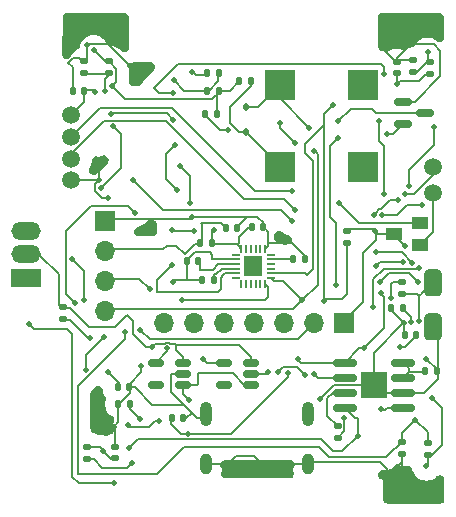
<source format=gbr>
%TF.GenerationSoftware,KiCad,Pcbnew,7.0.10*%
%TF.CreationDate,2024-12-04T12:38:22+05:30*%
%TF.ProjectId,Watch_v3,57617463-685f-4763-932e-6b696361645f,Watch_v3*%
%TF.SameCoordinates,Original*%
%TF.FileFunction,Copper,L2,Bot*%
%TF.FilePolarity,Positive*%
%FSLAX46Y46*%
G04 Gerber Fmt 4.6, Leading zero omitted, Abs format (unit mm)*
G04 Created by KiCad (PCBNEW 7.0.10) date 2024-12-04 12:38:22*
%MOMM*%
%LPD*%
G01*
G04 APERTURE LIST*
G04 Aperture macros list*
%AMRoundRect*
0 Rectangle with rounded corners*
0 $1 Rounding radius*
0 $2 $3 $4 $5 $6 $7 $8 $9 X,Y pos of 4 corners*
0 Add a 4 corners polygon primitive as box body*
4,1,4,$2,$3,$4,$5,$6,$7,$8,$9,$2,$3,0*
0 Add four circle primitives for the rounded corners*
1,1,$1+$1,$2,$3*
1,1,$1+$1,$4,$5*
1,1,$1+$1,$6,$7*
1,1,$1+$1,$8,$9*
0 Add four rect primitives between the rounded corners*
20,1,$1+$1,$2,$3,$4,$5,0*
20,1,$1+$1,$4,$5,$6,$7,0*
20,1,$1+$1,$6,$7,$8,$9,0*
20,1,$1+$1,$8,$9,$2,$3,0*%
%AMFreePoly0*
4,1,14,0.088284,0.363284,0.100000,0.335000,0.100000,-0.335000,0.088284,-0.363284,0.060000,-0.375000,-0.060000,-0.375000,-0.088284,-0.363284,-0.100000,-0.335000,-0.100000,0.238431,-0.088284,0.266715,0.008285,0.363284,0.036569,0.375000,0.060000,0.375000,0.088284,0.363284,0.088284,0.363284,$1*%
%AMFreePoly1*
4,1,14,-0.008285,0.363284,0.088284,0.266715,0.100000,0.238431,0.100000,-0.335000,0.088284,-0.363284,0.060000,-0.375000,-0.060000,-0.375000,-0.088284,-0.363284,-0.100000,-0.335000,-0.100000,0.335000,-0.088284,0.363284,-0.060000,0.375000,-0.036569,0.375000,-0.008285,0.363284,-0.008285,0.363284,$1*%
%AMFreePoly2*
4,1,14,0.363284,0.088284,0.375000,0.060000,0.375000,-0.060000,0.363284,-0.088284,0.335000,-0.100000,-0.238431,-0.100000,-0.266715,-0.088284,-0.363284,0.008285,-0.375000,0.036569,-0.375000,0.060000,-0.363284,0.088284,-0.335000,0.100000,0.335000,0.100000,0.363284,0.088284,0.363284,0.088284,$1*%
%AMFreePoly3*
4,1,14,0.363284,0.088284,0.375000,0.060000,0.375000,-0.060000,0.363284,-0.088284,0.335000,-0.100000,-0.335000,-0.100000,-0.363284,-0.088284,-0.375000,-0.060000,-0.375000,-0.036569,-0.363284,-0.008285,-0.266715,0.088284,-0.238431,0.100000,0.335000,0.100000,0.363284,0.088284,0.363284,0.088284,$1*%
%AMFreePoly4*
4,1,14,0.088284,0.363284,0.100000,0.335000,0.100000,-0.238431,0.088284,-0.266715,-0.008285,-0.363284,-0.036569,-0.375000,-0.060000,-0.375000,-0.088284,-0.363284,-0.100000,-0.335000,-0.100000,0.335000,-0.088284,0.363284,-0.060000,0.375000,0.060000,0.375000,0.088284,0.363284,0.088284,0.363284,$1*%
%AMFreePoly5*
4,1,14,0.088284,0.363284,0.100000,0.335000,0.100000,-0.335000,0.088284,-0.363284,0.060000,-0.375000,0.036569,-0.375000,0.008285,-0.363284,-0.088284,-0.266715,-0.100000,-0.238431,-0.100000,0.335000,-0.088284,0.363284,-0.060000,0.375000,0.060000,0.375000,0.088284,0.363284,0.088284,0.363284,$1*%
%AMFreePoly6*
4,1,14,0.266715,0.088284,0.363284,-0.008285,0.375000,-0.036569,0.375000,-0.060000,0.363284,-0.088284,0.335000,-0.100000,-0.335000,-0.100000,-0.363284,-0.088284,-0.375000,-0.060000,-0.375000,0.060000,-0.363284,0.088284,-0.335000,0.100000,0.238431,0.100000,0.266715,0.088284,0.266715,0.088284,$1*%
%AMFreePoly7*
4,1,14,0.363284,0.088284,0.375000,0.060000,0.375000,0.036569,0.363284,0.008285,0.266715,-0.088284,0.238431,-0.100000,-0.335000,-0.100000,-0.363284,-0.088284,-0.375000,-0.060000,-0.375000,0.060000,-0.363284,0.088284,-0.335000,0.100000,0.335000,0.100000,0.363284,0.088284,0.363284,0.088284,$1*%
G04 Aperture macros list end*
%TA.AperFunction,SMDPad,CuDef*%
%ADD10R,1.400000X1.000000*%
%TD*%
%TA.AperFunction,SMDPad,CuDef*%
%ADD11RoundRect,0.135000X0.185000X-0.135000X0.185000X0.135000X-0.185000X0.135000X-0.185000X-0.135000X0*%
%TD*%
%TA.AperFunction,SMDPad,CuDef*%
%ADD12RoundRect,0.140000X0.170000X-0.140000X0.170000X0.140000X-0.170000X0.140000X-0.170000X-0.140000X0*%
%TD*%
%TA.AperFunction,SMDPad,CuDef*%
%ADD13RoundRect,0.140000X-0.170000X0.140000X-0.170000X-0.140000X0.170000X-0.140000X0.170000X0.140000X0*%
%TD*%
%TA.AperFunction,SMDPad,CuDef*%
%ADD14RoundRect,0.135000X-0.135000X-0.185000X0.135000X-0.185000X0.135000X0.185000X-0.135000X0.185000X0*%
%TD*%
%TA.AperFunction,SMDPad,CuDef*%
%ADD15RoundRect,0.140000X-0.140000X-0.170000X0.140000X-0.170000X0.140000X0.170000X-0.140000X0.170000X0*%
%TD*%
%TA.AperFunction,SMDPad,CuDef*%
%ADD16R,2.500000X2.500000*%
%TD*%
%TA.AperFunction,SMDPad,CuDef*%
%ADD17RoundRect,0.140000X0.140000X0.170000X-0.140000X0.170000X-0.140000X-0.170000X0.140000X-0.170000X0*%
%TD*%
%TA.AperFunction,SMDPad,CuDef*%
%ADD18RoundRect,0.135000X-0.185000X0.135000X-0.185000X-0.135000X0.185000X-0.135000X0.185000X0.135000X0*%
%TD*%
%TA.AperFunction,SMDPad,CuDef*%
%ADD19RoundRect,0.135000X0.135000X0.185000X-0.135000X0.185000X-0.135000X-0.185000X0.135000X-0.185000X0*%
%TD*%
%TA.AperFunction,ComponentPad*%
%ADD20R,2.500000X1.500000*%
%TD*%
%TA.AperFunction,ComponentPad*%
%ADD21O,2.500000X1.500000*%
%TD*%
%TA.AperFunction,ComponentPad*%
%ADD22R,1.700000X1.700000*%
%TD*%
%TA.AperFunction,ComponentPad*%
%ADD23O,1.700000X1.700000*%
%TD*%
%TA.AperFunction,ComponentPad*%
%ADD24O,1.000000X1.800000*%
%TD*%
%TA.AperFunction,ComponentPad*%
%ADD25O,1.000000X2.100000*%
%TD*%
%TA.AperFunction,SMDPad,CuDef*%
%ADD26R,2.300000X2.300000*%
%TD*%
%TA.AperFunction,SMDPad,CuDef*%
%ADD27RoundRect,0.150000X0.825000X0.150000X-0.825000X0.150000X-0.825000X-0.150000X0.825000X-0.150000X0*%
%TD*%
%TA.AperFunction,SMDPad,CuDef*%
%ADD28RoundRect,0.381000X0.381000X-0.762000X0.381000X0.762000X-0.381000X0.762000X-0.381000X-0.762000X0*%
%TD*%
%TA.AperFunction,SMDPad,CuDef*%
%ADD29C,1.500000*%
%TD*%
%TA.AperFunction,SMDPad,CuDef*%
%ADD30RoundRect,0.150000X0.512500X0.150000X-0.512500X0.150000X-0.512500X-0.150000X0.512500X-0.150000X0*%
%TD*%
%TA.AperFunction,SMDPad,CuDef*%
%ADD31RoundRect,0.112500X-0.112500X0.187500X-0.112500X-0.187500X0.112500X-0.187500X0.112500X0.187500X0*%
%TD*%
%TA.AperFunction,SMDPad,CuDef*%
%ADD32RoundRect,0.150000X-0.587500X-0.150000X0.587500X-0.150000X0.587500X0.150000X-0.587500X0.150000X0*%
%TD*%
%TA.AperFunction,SMDPad,CuDef*%
%ADD33R,1.600000X1.750000*%
%TD*%
%TA.AperFunction,SMDPad,CuDef*%
%ADD34FreePoly0,90.000000*%
%TD*%
%TA.AperFunction,SMDPad,CuDef*%
%ADD35RoundRect,0.050000X0.325000X-0.050000X0.325000X0.050000X-0.325000X0.050000X-0.325000X-0.050000X0*%
%TD*%
%TA.AperFunction,SMDPad,CuDef*%
%ADD36FreePoly1,90.000000*%
%TD*%
%TA.AperFunction,SMDPad,CuDef*%
%ADD37FreePoly2,90.000000*%
%TD*%
%TA.AperFunction,SMDPad,CuDef*%
%ADD38RoundRect,0.050000X0.050000X-0.325000X0.050000X0.325000X-0.050000X0.325000X-0.050000X-0.325000X0*%
%TD*%
%TA.AperFunction,SMDPad,CuDef*%
%ADD39FreePoly3,90.000000*%
%TD*%
%TA.AperFunction,SMDPad,CuDef*%
%ADD40FreePoly4,90.000000*%
%TD*%
%TA.AperFunction,SMDPad,CuDef*%
%ADD41FreePoly5,90.000000*%
%TD*%
%TA.AperFunction,SMDPad,CuDef*%
%ADD42FreePoly6,90.000000*%
%TD*%
%TA.AperFunction,SMDPad,CuDef*%
%ADD43FreePoly7,90.000000*%
%TD*%
%TA.AperFunction,ViaPad*%
%ADD44C,0.470000*%
%TD*%
%TA.AperFunction,Conductor*%
%ADD45C,0.160000*%
%TD*%
%TA.AperFunction,Conductor*%
%ADD46C,0.200000*%
%TD*%
%TA.AperFunction,Conductor*%
%ADD47C,0.153000*%
%TD*%
%TA.AperFunction,Conductor*%
%ADD48C,0.170000*%
%TD*%
G04 APERTURE END LIST*
D10*
%TO.P,Q4,1*%
%TO.N,/motor*%
X161850000Y-84900000D03*
%TO.P,Q4,2*%
%TO.N,Net-(M1-+)*%
X161850000Y-86800000D03*
%TO.P,Q4,3*%
%TO.N,+3.3V*%
X159650000Y-85850000D03*
%TD*%
D11*
%TO.P,R21,1*%
%TO.N,/Mode*%
X162700000Y-72295000D03*
%TO.P,R21,2*%
%TO.N,+3.3V*%
X162700000Y-71275000D03*
%TD*%
D12*
%TO.P,C12,1*%
%TO.N,+3.3V*%
X161275000Y-72110000D03*
%TO.P,C12,2*%
%TO.N,GND*%
X161275000Y-71150000D03*
%TD*%
D13*
%TO.P,C25,1*%
%TO.N,GND*%
X159875000Y-71295000D03*
%TO.P,C25,2*%
%TO.N,/Mode*%
X159875000Y-72255000D03*
%TD*%
D14*
%TO.P,R29,1*%
%TO.N,+3.3V*%
X146505000Y-72925000D03*
%TO.P,R29,2*%
%TO.N,Net-(D7-PadC)*%
X147525000Y-72925000D03*
%TD*%
%TO.P,R14,1*%
%TO.N,/SDA*%
X143630000Y-75700000D03*
%TO.P,R14,2*%
%TO.N,+3.3V*%
X144650000Y-75700000D03*
%TD*%
%TO.P,R35,1*%
%TO.N,Net-(U4-VDD)*%
X143780000Y-73775000D03*
%TO.P,R35,2*%
%TO.N,+3.3V*%
X144800000Y-73775000D03*
%TD*%
D15*
%TO.P,C9,1*%
%TO.N,GND*%
X143820000Y-72225000D03*
%TO.P,C9,2*%
%TO.N,Net-(U4-VDD)*%
X144780000Y-72225000D03*
%TD*%
D16*
%TO.P,LS1,P*%
%TO.N,Net-(D7-PadC)*%
X149987500Y-80225000D03*
%TO.P,LS1,N*%
%TO.N,Net-(Q5-C)*%
X149987500Y-73225000D03*
%TO.P,LS1,2*%
%TO.N,N/C*%
X156987500Y-80225000D03*
%TO.P,LS1,1*%
X156987500Y-73225000D03*
%TD*%
D17*
%TO.P,C11,1*%
%TO.N,+3.3V*%
X133410000Y-73775000D03*
%TO.P,C11,2*%
%TO.N,GND*%
X132450000Y-73775000D03*
%TD*%
D11*
%TO.P,R22,1*%
%TO.N,/Down*%
X135525000Y-72270000D03*
%TO.P,R22,2*%
%TO.N,+3.3V*%
X135525000Y-71250000D03*
%TD*%
D13*
%TO.P,C26,1*%
%TO.N,GND*%
X133375000Y-71240000D03*
%TO.P,C26,2*%
%TO.N,/Down*%
X133375000Y-72200000D03*
%TD*%
D17*
%TO.P,C10,1*%
%TO.N,+3.3V*%
X161500000Y-94425000D03*
%TO.P,C10,2*%
%TO.N,GND*%
X160540000Y-94425000D03*
%TD*%
%TO.P,C3,1*%
%TO.N,GND*%
X137225000Y-98800000D03*
%TO.P,C3,2*%
%TO.N,Net-(Q1-G)*%
X136265000Y-98800000D03*
%TD*%
D15*
%TO.P,C2,2*%
%TO.N,Net-(Q1-D)*%
X137250000Y-100225000D03*
%TO.P,C2,1*%
%TO.N,GND*%
X136290000Y-100225000D03*
%TD*%
D18*
%TO.P,R24,1*%
%TO.N,/Up*%
X133675000Y-103930000D03*
%TO.P,R24,2*%
%TO.N,+3.3V*%
X133675000Y-104950000D03*
%TD*%
D13*
%TO.P,C28,1*%
%TO.N,GND*%
X136000000Y-103890000D03*
%TO.P,C28,2*%
%TO.N,/Up*%
X136000000Y-104850000D03*
%TD*%
D17*
%TO.P,C17,1*%
%TO.N,GND*%
X141810000Y-101400000D03*
%TO.P,C17,2*%
%TO.N,+3.3V*%
X140850000Y-101400000D03*
%TD*%
D19*
%TO.P,R7,1*%
%TO.N,GND*%
X163270000Y-97475000D03*
%TO.P,R7,2*%
%TO.N,Net-(U3-PROG)*%
X162250000Y-97475000D03*
%TD*%
D12*
%TO.P,C27,1*%
%TO.N,GND*%
X160325000Y-104460000D03*
%TO.P,C27,2*%
%TO.N,/Select*%
X160325000Y-103500000D03*
%TD*%
D18*
%TO.P,R23,1*%
%TO.N,/Select*%
X162500000Y-103530000D03*
%TO.P,R23,2*%
%TO.N,+3.3V*%
X162500000Y-104550000D03*
%TD*%
D20*
%TO.P,SW2,1,A*%
%TO.N,Net-(SW2-A)*%
X128450000Y-89575000D03*
D21*
%TO.P,SW2,2,B*%
%TO.N,VBUS*%
X128450000Y-87575000D03*
%TO.P,SW2,3,C*%
%TO.N,unconnected-(SW2-C-Pad3)*%
X128450000Y-85575000D03*
%TD*%
D22*
%TO.P,J7,1,Pin_1*%
%TO.N,+3.3V*%
X155405000Y-93400000D03*
D23*
%TO.P,J7,2,Pin_2*%
%TO.N,/SCL*%
X152865000Y-93400000D03*
%TO.P,J7,3,Pin_3*%
%TO.N,/SDA*%
X150325000Y-93400000D03*
%TO.P,J7,4,Pin_4*%
%TO.N,unconnected-(J7-Pin_4-Pad4)*%
X147785000Y-93400000D03*
%TO.P,J7,5,Pin_5*%
%TO.N,unconnected-(J7-Pin_5-Pad5)*%
X145245000Y-93400000D03*
%TO.P,J7,6,Pin_6*%
%TO.N,unconnected-(J7-Pin_6-Pad6)*%
X142705000Y-93400000D03*
%TO.P,J7,7,Pin_7*%
%TO.N,GND*%
X140165000Y-93400000D03*
%TD*%
D24*
%TO.P,J1,S1,SHIELD*%
%TO.N,GND*%
X152390000Y-105300000D03*
D25*
X152390000Y-101120000D03*
D24*
X143750000Y-105300000D03*
D25*
X143750000Y-101120000D03*
%TD*%
D22*
%TO.P,J4,1,Pin_1*%
%TO.N,GND*%
X135200000Y-84775000D03*
D23*
%TO.P,J4,2,Pin_2*%
%TO.N,+3.3V*%
X135200000Y-87315000D03*
%TO.P,J4,3,Pin_3*%
%TO.N,/SCL*%
X135200000Y-89855000D03*
%TO.P,J4,4,Pin_4*%
%TO.N,/SDA*%
X135200000Y-92395000D03*
%TD*%
D18*
%TO.P,R34,1*%
%TO.N,VBUS*%
X131600000Y-92080000D03*
%TO.P,R34,2*%
%TO.N,Net-(Q1-D)*%
X131600000Y-93100000D03*
%TD*%
D17*
%TO.P,C18,1*%
%TO.N,GND*%
X146350000Y-85325000D03*
%TO.P,C18,2*%
%TO.N,+3.3V*%
X145390000Y-85325000D03*
%TD*%
D15*
%TO.P,C21,1*%
%TO.N,Net-(U6-VDD)*%
X147615000Y-85250000D03*
%TO.P,C21,2*%
%TO.N,GND*%
X148575000Y-85250000D03*
%TD*%
D18*
%TO.P,R5,1*%
%TO.N,Net-(U3-~{STDBY})*%
X154875000Y-102115000D03*
%TO.P,R5,2*%
%TO.N,Net-(D3-K)*%
X154875000Y-103135000D03*
%TD*%
D26*
%TO.P,U3,9,EP*%
%TO.N,GND*%
X157950000Y-98650000D03*
D27*
%TO.P,U3,8,CE*%
%TO.N,+5V*%
X155475000Y-96745000D03*
%TO.P,U3,7,~{CHRG}*%
%TO.N,Net-(U3-~{CHRG})*%
X155475000Y-98015000D03*
%TO.P,U3,6,~{STDBY}*%
%TO.N,Net-(U3-~{STDBY})*%
X155475000Y-99285000D03*
%TO.P,U3,5,BAT*%
%TO.N,+BATT*%
X155475000Y-100555000D03*
%TO.P,U3,4,VCC*%
%TO.N,Net-(U3-VCC)*%
X160425000Y-100555000D03*
%TO.P,U3,3,GND*%
%TO.N,GND*%
X160425000Y-99285000D03*
%TO.P,U3,2,PROG*%
%TO.N,Net-(U3-PROG)*%
X160425000Y-98015000D03*
%TO.P,U3,1,TEMP*%
X160425000Y-96745000D03*
%TD*%
D11*
%TO.P,R16,2*%
%TO.N,/ADC_Batt*%
X160325000Y-89890000D03*
%TO.P,R16,1*%
%TO.N,+BATT*%
X160325000Y-90910000D03*
%TD*%
D28*
%TO.P,J2,1,Pin_1*%
%TO.N,+BATT*%
X162900000Y-89975000D03*
%TO.P,J2,2,Pin_2*%
%TO.N,GND*%
X162900000Y-93725000D03*
%TD*%
D15*
%TO.P,C23,1*%
%TO.N,Net-(U6-CPOUT)*%
X151115000Y-88000000D03*
%TO.P,C23,2*%
%TO.N,GND*%
X152075000Y-88000000D03*
%TD*%
D29*
%TO.P,M1,1,+*%
%TO.N,Net-(M1-+)*%
X162975000Y-82400000D03*
%TO.P,M1,2,-*%
%TO.N,GND*%
X162975000Y-80150000D03*
%TD*%
D30*
%TO.P,U1,1,VIN*%
%TO.N,VBUS*%
X141787500Y-96750000D03*
%TO.P,U1,2,GND*%
%TO.N,GND*%
X141787500Y-97700000D03*
%TO.P,U1,3,EN*%
%TO.N,ENA*%
X141787500Y-98650000D03*
%TO.P,U1,4,NC*%
%TO.N,unconnected-(U1-NC-Pad4)*%
X139512500Y-98650000D03*
%TO.P,U1,5,VOUT*%
%TO.N,Net-(U1-VOUT)*%
X139512500Y-96750000D03*
%TD*%
D31*
%TO.P,D7,A*%
%TO.N,Net-(Q5-C)*%
X147075000Y-75100000D03*
%TO.P,D7,C*%
%TO.N,Net-(D7-PadC)*%
X147075000Y-77200000D03*
%TD*%
D17*
%TO.P,C22,1*%
%TO.N,Net-(U6-REGOUT)*%
X143075000Y-88150000D03*
%TO.P,C22,2*%
%TO.N,GND*%
X142115000Y-88150000D03*
%TD*%
D19*
%TO.P,R18,1*%
%TO.N,Net-(U6-AD0)*%
X144400000Y-89725000D03*
%TO.P,R18,2*%
%TO.N,GND*%
X143380000Y-89725000D03*
%TD*%
D30*
%TO.P,U2,1,VIN*%
%TO.N,VBUS*%
X147537500Y-96750000D03*
%TO.P,U2,2,GND*%
%TO.N,GND*%
X147537500Y-97700000D03*
%TO.P,U2,3,EN*%
%TO.N,ENA*%
X147537500Y-98650000D03*
%TO.P,U2,4,NC*%
%TO.N,unconnected-(U2-NC-Pad4)*%
X145262500Y-98650000D03*
%TO.P,U2,5,VOUT*%
%TO.N,Net-(U1-VOUT)*%
X145262500Y-96750000D03*
%TD*%
D19*
%TO.P,R17,1*%
%TO.N,/ADC_Batt*%
X160385000Y-92100000D03*
%TO.P,R17,2*%
%TO.N,GND*%
X159365000Y-92100000D03*
%TD*%
D32*
%TO.P,Q5,1,B*%
%TO.N,/Buzz*%
X160425000Y-76550000D03*
%TO.P,Q5,2,E*%
%TO.N,GND*%
X160425000Y-74650000D03*
%TO.P,Q5,3,C*%
%TO.N,Net-(Q5-C)*%
X162300000Y-75600000D03*
%TD*%
D14*
%TO.P,R36,1*%
%TO.N,+3.3V*%
X143205000Y-86600000D03*
%TO.P,R36,2*%
%TO.N,Net-(U6-VDD)*%
X144225000Y-86600000D03*
%TD*%
D33*
%TO.P,U6,25*%
%TO.N,N/C*%
X147725000Y-88600000D03*
D34*
%TO.P,U6,24,SDA*%
%TO.N,/SDA*%
X149225000Y-89600000D03*
D35*
%TO.P,U6,23,SCL*%
%TO.N,/SCL*%
X149225000Y-89200000D03*
%TO.P,U6,22,RESV*%
%TO.N,unconnected-(U6-RESV-Pad22)*%
X149225000Y-88800000D03*
%TO.P,U6,21,RESV*%
%TO.N,unconnected-(U6-RESV-Pad21)*%
X149225000Y-88400000D03*
%TO.P,U6,20,CPOUT*%
%TO.N,Net-(U6-CPOUT)*%
X149225000Y-88000000D03*
D36*
%TO.P,U6,19,RESV*%
%TO.N,unconnected-(U6-RESV-Pad19)*%
X149225000Y-87600000D03*
D37*
%TO.P,U6,18,GND*%
%TO.N,GND*%
X148725000Y-87100000D03*
D38*
%TO.P,U6,17,NC*%
%TO.N,unconnected-(U6-NC-Pad17)*%
X148325000Y-87100000D03*
%TO.P,U6,16,NC*%
%TO.N,unconnected-(U6-NC-Pad16)*%
X147925000Y-87100000D03*
%TO.P,U6,15,NC*%
%TO.N,unconnected-(U6-NC-Pad15)*%
X147525000Y-87100000D03*
%TO.P,U6,14,NC*%
%TO.N,unconnected-(U6-NC-Pad14)*%
X147125000Y-87100000D03*
D39*
%TO.P,U6,13,VDD*%
%TO.N,Net-(U6-VDD)*%
X146725000Y-87100000D03*
D40*
%TO.P,U6,12,INT*%
%TO.N,unconnected-(U6-INT-Pad12)*%
X146225000Y-87600000D03*
D35*
%TO.P,U6,11,FSYNC*%
%TO.N,GND*%
X146225000Y-88000000D03*
%TO.P,U6,10,REGOUT*%
%TO.N,Net-(U6-REGOUT)*%
X146225000Y-88400000D03*
%TO.P,U6,9,AD0*%
%TO.N,Net-(U6-AD0)*%
X146225000Y-88800000D03*
%TO.P,U6,8,VLOGIC*%
%TO.N,Net-(U6-VDD)*%
X146225000Y-89200000D03*
D41*
%TO.P,U6,7,AUX_CL*%
%TO.N,unconnected-(U6-AUX_CL-Pad7)*%
X146225000Y-89600000D03*
D42*
%TO.P,U6,6,AUX_DA*%
%TO.N,unconnected-(U6-AUX_DA-Pad6)*%
X146725000Y-90100000D03*
D38*
%TO.P,U6,5,NC*%
%TO.N,unconnected-(U6-NC-Pad5)*%
X147125000Y-90100000D03*
%TO.P,U6,4,NC*%
%TO.N,unconnected-(U6-NC-Pad4)*%
X147525000Y-90100000D03*
%TO.P,U6,3,NC*%
%TO.N,unconnected-(U6-NC-Pad3)*%
X147925000Y-90100000D03*
%TO.P,U6,2,NC*%
%TO.N,unconnected-(U6-NC-Pad2)*%
X148325000Y-90100000D03*
D43*
%TO.P,U6,1,CLKIN*%
%TO.N,GND*%
X148725000Y-90100000D03*
%TD*%
D18*
%TO.P,R15,1*%
%TO.N,+3.3V*%
X155625000Y-85580000D03*
%TO.P,R15,2*%
%TO.N,/SCL*%
X155625000Y-86600000D03*
%TD*%
D29*
%TO.P,J5,1,Pin_1*%
%TO.N,GND*%
X132300000Y-81325000D03*
%TO.P,J5,2,Pin_2*%
%TO.N,/RX2*%
X132300000Y-79475000D03*
%TO.P,J5,3,Pin_3*%
%TO.N,/TX2*%
X132300000Y-77625000D03*
%TO.P,J5,4,Pin_4*%
%TO.N,+3.3V*%
X132300000Y-75775000D03*
%TD*%
D44*
%TO.N,+3.3V*%
X160550000Y-86875000D03*
%TO.N,GND*%
X138250000Y-97075000D03*
X135150000Y-79675000D03*
X140925000Y-89900000D03*
X160550000Y-82450000D03*
X159924998Y-106700000D03*
X142575000Y-84449998D03*
X134650000Y-81300000D03*
X135425000Y-82800000D03*
X133625000Y-69850000D03*
X148950000Y-97575000D03*
X160450000Y-93425000D03*
X161075000Y-69800000D03*
X135900000Y-102200000D03*
X158600000Y-70150000D03*
X153375000Y-99825000D03*
X141675000Y-91450000D03*
X142575000Y-72150000D03*
X137250000Y-71625000D03*
X159875000Y-105600000D03*
X162375000Y-96450000D03*
%TO.N,+5V*%
X158100000Y-88575000D03*
X160425000Y-88213000D03*
X158500000Y-90875000D03*
X151475000Y-96475000D03*
X157100004Y-95550000D03*
%TO.N,VBUS*%
X139125000Y-95449994D03*
%TO.N,+3.3V*%
X134799992Y-81999996D03*
X135925000Y-106975000D03*
X158038000Y-85625000D03*
X134225000Y-70275000D03*
X137450000Y-105250000D03*
X163025000Y-76775000D03*
X142225000Y-102775000D03*
X135775000Y-73325000D03*
X160900000Y-81775000D03*
X128750000Y-93450000D03*
X162850000Y-99750000D03*
X162375000Y-105500000D03*
X150675000Y-97649996D03*
X134300000Y-73875000D03*
X159975000Y-82975000D03*
X157966588Y-84222909D03*
X160175000Y-95400000D03*
X135850000Y-76734000D03*
X162475000Y-70475000D03*
%TO.N,/IO0*%
X158588000Y-84250000D03*
X161200000Y-88325000D03*
X158149996Y-87425000D03*
X162000000Y-83450000D03*
%TO.N,/Mode*%
X140900000Y-73950000D03*
X159875000Y-73200000D03*
X158800000Y-72325000D03*
%TO.N,/Down*%
X135709188Y-75715992D03*
X141100000Y-78325000D03*
X141275000Y-82100000D03*
X140925000Y-76175000D03*
X135200000Y-73750000D03*
%TO.N,/Select*%
X161450000Y-101600000D03*
X136850000Y-94125000D03*
%TO.N,/Up*%
X137675000Y-84050000D03*
X135000000Y-104225000D03*
X132625000Y-91700000D03*
%TO.N,Net-(D3-K)*%
X155425000Y-101400000D03*
%TO.N,/RX*%
X161775000Y-88775000D03*
X154725000Y-90200000D03*
X154875000Y-77725000D03*
X157875000Y-92025000D03*
%TO.N,/TX*%
X158750000Y-82475000D03*
X158350000Y-76300000D03*
%TO.N,+BATT*%
X133600000Y-97350000D03*
X161747877Y-93203448D03*
X156600000Y-102950000D03*
X137200004Y-104000000D03*
X135125000Y-94550000D03*
%TO.N,Net-(Q1-G)*%
X152137852Y-97805289D03*
X149825000Y-97550000D03*
X135425000Y-97550000D03*
%TO.N,/SCL*%
X138175000Y-93950000D03*
X138944362Y-90544362D03*
X153700000Y-91500000D03*
X154500000Y-74925000D03*
%TO.N,/SDA*%
X150000000Y-76425000D03*
X145575000Y-77050000D03*
X152900000Y-78825000D03*
X151875000Y-91475000D03*
X151275000Y-78125000D03*
%TO.N,/RX2*%
X151250000Y-83850000D03*
%TO.N,/TX2*%
X151000000Y-82225000D03*
%TO.N,/motor*%
X154975000Y-83200000D03*
%TO.N,Net-(U3-~{CHRG})*%
X152850000Y-97700000D03*
%TO.N,/ADC_Batt*%
X159379473Y-91299998D03*
X161119794Y-93347631D03*
X141500000Y-80100000D03*
X142350000Y-83250000D03*
%TO.N,/Buzz*%
X159025000Y-77399994D03*
%TO.N,/EN*%
X161650000Y-89925000D03*
X137500000Y-81300000D03*
X158475000Y-89900000D03*
X151000000Y-84750000D03*
%TO.N,ENA*%
X133425000Y-91475000D03*
X139775000Y-101675000D03*
X132375000Y-87950000D03*
X137125000Y-102000000D03*
X142275000Y-99925000D03*
%TO.N,Net-(Q5-C)*%
X152475000Y-76875000D03*
X154900000Y-76325000D03*
%TO.N,Net-(U4-VDD)*%
X141025000Y-72850000D03*
%TO.N,Net-(U6-VDD)*%
X144400000Y-85525000D03*
X140800000Y-85500000D03*
X140825000Y-88525000D03*
X142699994Y-85575000D03*
%TO.N,Net-(Q1-D)*%
X133875000Y-94675000D03*
X138137500Y-101537500D03*
%TO.N,Net-(U1-VOUT)*%
X143497190Y-96468175D03*
X140452382Y-95551000D03*
%TO.N,Net-(U3-VCC)*%
X158500000Y-100700000D03*
%TD*%
D45*
%TO.N,/IO0*%
X160300000Y-87425000D02*
X161200000Y-88325000D01*
X158149996Y-87425000D02*
X160300000Y-87425000D01*
D46*
%TO.N,+3.3V*%
X159650000Y-85975000D02*
X160550000Y-86875000D01*
X159650000Y-85850000D02*
X159650000Y-85975000D01*
D45*
%TO.N,GND*%
X134650000Y-80175000D02*
X135150000Y-79675000D01*
X134650000Y-81300000D02*
X134650000Y-80175000D01*
%TO.N,Net-(U3-~{CHRG})*%
X153165000Y-98015000D02*
X152850000Y-97700000D01*
X155475000Y-98015000D02*
X153165000Y-98015000D01*
D46*
%TO.N,/RX*%
X161738000Y-88812000D02*
X161775000Y-88775000D01*
X158773277Y-88812000D02*
X161738000Y-88812000D01*
X157875000Y-89710277D02*
X158773277Y-88812000D01*
X157875000Y-92025000D02*
X157875000Y-89710277D01*
%TO.N,/EN*%
X159186000Y-89189000D02*
X158475000Y-89900000D01*
%TO.N,+5V*%
X158100000Y-88575000D02*
X158462000Y-88213000D01*
%TO.N,/EN*%
X161650000Y-89925000D02*
X160914000Y-89189000D01*
X160914000Y-89189000D02*
X159186000Y-89189000D01*
%TO.N,+5V*%
X158462000Y-88213000D02*
X160425000Y-88213000D01*
%TO.N,+3.3V*%
X158101000Y-84088497D02*
X157966588Y-84222909D01*
X158101000Y-84048277D02*
X158101000Y-84088497D01*
X158386277Y-83763000D02*
X158101000Y-84048277D01*
X159301372Y-82975000D02*
X158513372Y-83763000D01*
X159975000Y-82975000D02*
X159301372Y-82975000D01*
%TO.N,/IO0*%
X160713723Y-83450000D02*
X159913723Y-84250000D01*
%TO.N,+3.3V*%
X158513372Y-83763000D02*
X158386277Y-83763000D01*
%TO.N,/IO0*%
X159913723Y-84250000D02*
X158588000Y-84250000D01*
X162000000Y-83450000D02*
X160713723Y-83450000D01*
%TO.N,+3.3V*%
X158100000Y-85687000D02*
X158038000Y-85625000D01*
X158100000Y-86400000D02*
X158100000Y-85687000D01*
X155625000Y-85440000D02*
X157853000Y-85440000D01*
X158263000Y-85850000D02*
X158038000Y-85625000D01*
X159650000Y-85850000D02*
X158263000Y-85850000D01*
X157853000Y-85440000D02*
X158038000Y-85625000D01*
D45*
%TO.N,GND*%
X158424998Y-105200000D02*
X159924998Y-106700000D01*
X160325000Y-104405000D02*
X160325000Y-106299998D01*
X152365000Y-105200000D02*
X158424998Y-105200000D01*
X160325000Y-106299998D02*
X159924998Y-106700000D01*
X161275000Y-71150000D02*
X160020000Y-71150000D01*
X160020000Y-71150000D02*
X159875000Y-71295000D01*
D46*
%TO.N,/Mode*%
X159875000Y-73200000D02*
X160175000Y-72900000D01*
X160175000Y-72900000D02*
X161760000Y-72900000D01*
X161760000Y-72900000D02*
X162365000Y-72295000D01*
X162365000Y-72295000D02*
X162700000Y-72295000D01*
%TO.N,+3.3V*%
X162475000Y-70475000D02*
X162475000Y-71050000D01*
X162475000Y-71050000D02*
X162700000Y-71275000D01*
D47*
X161275000Y-72110000D02*
X161565000Y-72110000D01*
X162400000Y-71275000D02*
X162700000Y-71275000D01*
X161565000Y-72110000D02*
X162400000Y-71275000D01*
D46*
%TO.N,GND*%
X160425000Y-74650000D02*
X161375000Y-74650000D01*
X163575000Y-72450000D02*
X163575000Y-70375000D01*
X163000000Y-69800000D02*
X161075000Y-69800000D01*
X161375000Y-74650000D02*
X163575000Y-72450000D01*
X163575000Y-70375000D02*
X163000000Y-69800000D01*
%TO.N,/Mode*%
X159875000Y-73200000D02*
X159875000Y-72255000D01*
%TO.N,GND*%
X161075000Y-69800000D02*
X159875000Y-71000000D01*
X159875000Y-71000000D02*
X159875000Y-71295000D01*
%TO.N,+3.3V*%
X157000000Y-87500000D02*
X158100000Y-86400000D01*
%TO.N,GND*%
X142575000Y-72150000D02*
X142850000Y-72425000D01*
X142850000Y-72425000D02*
X143970000Y-72425000D01*
D45*
%TO.N,Net-(U4-VDD)*%
X141025000Y-72850000D02*
X141900000Y-73725000D01*
X141900000Y-73725000D02*
X143940000Y-73725000D01*
X143940000Y-73725000D02*
X144750000Y-72915000D01*
X144750000Y-72915000D02*
X144750000Y-72605000D01*
X144750000Y-72605000D02*
X144930000Y-72425000D01*
D46*
%TO.N,GND*%
X160520000Y-94500000D02*
X160520000Y-93495000D01*
X160442104Y-93425000D02*
X160450000Y-93425000D01*
%TO.N,/ADC_Batt*%
X161119794Y-92909794D02*
X161119794Y-93347631D01*
%TO.N,GND*%
X159365000Y-92175000D02*
X159365000Y-92340000D01*
X160520000Y-93495000D02*
X160450000Y-93425000D01*
X159365000Y-92340000D02*
X160450000Y-93425000D01*
X157920000Y-98100000D02*
X157920000Y-95947104D01*
%TO.N,/ADC_Batt*%
X160385000Y-92175000D02*
X161119794Y-92909794D01*
%TO.N,GND*%
X157920000Y-95947104D02*
X160442104Y-93425000D01*
%TO.N,+BATT*%
X161750000Y-93201325D02*
X161747877Y-93203448D01*
X161750000Y-91125000D02*
X161750000Y-93201325D01*
D45*
%TO.N,GND*%
X154525000Y-98675000D02*
X153375000Y-99825000D01*
X157920000Y-98100000D02*
X157345000Y-98675000D01*
X157345000Y-98675000D02*
X154525000Y-98675000D01*
%TO.N,Net-(U3-~{STDBY})*%
X154875000Y-102115000D02*
X154000000Y-101240000D01*
X154000000Y-101240000D02*
X154000000Y-99750000D01*
X154000000Y-99750000D02*
X154465000Y-99285000D01*
X154465000Y-99285000D02*
X155475000Y-99285000D01*
%TO.N,Net-(Q1-G)*%
X150242000Y-97133000D02*
X151465563Y-97133000D01*
X149825000Y-97550000D02*
X150242000Y-97133000D01*
X151465563Y-97133000D02*
X152137852Y-97805289D01*
%TO.N,+3.3V*%
X142225000Y-102775000D02*
X145867000Y-102775000D01*
X150675000Y-97967000D02*
X150675000Y-97649996D01*
X145867000Y-102775000D02*
X150675000Y-97967000D01*
D46*
%TO.N,GND*%
X148825000Y-97700000D02*
X148950000Y-97575000D01*
X147537500Y-97700000D02*
X148825000Y-97700000D01*
D45*
X134650000Y-81300000D02*
X132675000Y-81300000D01*
X134939558Y-82800000D02*
X135425000Y-82800000D01*
X134332992Y-82193434D02*
X134939558Y-82800000D01*
X134332992Y-81617008D02*
X134332992Y-82193434D01*
X132675000Y-81300000D02*
X132275000Y-80900000D01*
X134650000Y-81300000D02*
X134332992Y-81617008D01*
%TO.N,+3.3V*%
X136550000Y-77434000D02*
X136550000Y-80249988D01*
X136550000Y-80249988D02*
X134799992Y-81999996D01*
X135850000Y-76734000D02*
X136550000Y-77434000D01*
%TO.N,/Up*%
X137117000Y-83492000D02*
X137675000Y-84050000D01*
X131875000Y-85575000D02*
X133958000Y-83492000D01*
D46*
%TO.N,GND*%
X142414998Y-84610000D02*
X135275000Y-84610000D01*
D45*
%TO.N,/Up*%
X131875000Y-90950000D02*
X131875000Y-85575000D01*
X132625000Y-91700000D02*
X131875000Y-90950000D01*
X133958000Y-83492000D02*
X137117000Y-83492000D01*
D46*
%TO.N,GND*%
X142575000Y-84449998D02*
X142414998Y-84610000D01*
D45*
%TO.N,Net-(U1-VOUT)*%
X140452382Y-95810118D02*
X140452382Y-95551000D01*
X139512500Y-96750000D02*
X140452382Y-95810118D01*
%TO.N,VBUS*%
X141084777Y-95134777D02*
X140696597Y-95134777D01*
X140645820Y-95084000D02*
X140258944Y-95084000D01*
X140696597Y-95134777D02*
X140645820Y-95084000D01*
X140258944Y-95084000D02*
X140208167Y-95134777D01*
X140208167Y-95134777D02*
X139440217Y-95134777D01*
X139440217Y-95134777D02*
X139125000Y-95449994D01*
X141200000Y-95250000D02*
X141084777Y-95134777D01*
D46*
X141787500Y-96750000D02*
X141787500Y-96300000D01*
%TO.N,ENA*%
X147537500Y-98650000D02*
X146976165Y-98650000D01*
X143025000Y-98600000D02*
X142975000Y-98650000D01*
X142975000Y-98650000D02*
X141787500Y-98650000D01*
X143075000Y-97650000D02*
X143025000Y-97700000D01*
X146976165Y-98650000D02*
X145976165Y-97650000D01*
X145976165Y-97650000D02*
X143075000Y-97650000D01*
X143025000Y-97700000D02*
X143025000Y-98600000D01*
%TO.N,VBUS*%
X147537500Y-96750000D02*
X147537500Y-96300000D01*
%TO.N,Net-(U1-VOUT)*%
X145262500Y-96550000D02*
X145012500Y-96800000D01*
X145012500Y-96800000D02*
X143829015Y-96800000D01*
X143829015Y-96800000D02*
X143497190Y-96468175D01*
%TO.N,ENA*%
X147052330Y-98450000D02*
X147537500Y-98450000D01*
X141787500Y-99437500D02*
X141787500Y-98650000D01*
%TO.N,GND*%
X141787500Y-97700000D02*
X140750000Y-97700000D01*
%TO.N,VBUS*%
X128450000Y-87975000D02*
X128725000Y-87700000D01*
X129700000Y-87700000D02*
X131250000Y-89250000D01*
X131250000Y-89250000D02*
X131250000Y-91915000D01*
X128725000Y-87700000D02*
X129700000Y-87700000D01*
X137050000Y-92750000D02*
X137500000Y-93200000D01*
X131250000Y-91915000D02*
X131475000Y-92140000D01*
X131475000Y-92140000D02*
X132240000Y-92140000D01*
X136050000Y-93750000D02*
X137050000Y-92750000D01*
X132240000Y-92140000D02*
X133850000Y-93750000D01*
X133850000Y-93750000D02*
X136050000Y-93750000D01*
X137500000Y-93200000D02*
X137500000Y-93600000D01*
%TO.N,+3.3V*%
X162375000Y-105500000D02*
X162475000Y-105400000D01*
X162875000Y-104550000D02*
X163700000Y-103725000D01*
X162475000Y-105400000D02*
X162475000Y-104610000D01*
X162415000Y-104550000D02*
X162875000Y-104550000D01*
X162475000Y-104610000D02*
X162415000Y-104550000D01*
X163700000Y-103725000D02*
X163700000Y-100600000D01*
X163700000Y-100600000D02*
X162850000Y-99750000D01*
%TO.N,Net-(D3-K)*%
X155447000Y-101422000D02*
X155425000Y-101400000D01*
X155447000Y-102563000D02*
X155447000Y-101422000D01*
X154875000Y-103135000D02*
X155447000Y-102563000D01*
D45*
X155425000Y-101460000D02*
X155425000Y-101400000D01*
D46*
%TO.N,/SDA*%
X144915000Y-77050000D02*
X145575000Y-77050000D01*
X143590000Y-75725000D02*
X144915000Y-77050000D01*
D45*
%TO.N,GND*%
X135900000Y-102200000D02*
X135975000Y-102275000D01*
X163325000Y-97550000D02*
X163325000Y-98175000D01*
X163325000Y-97550000D02*
X163325000Y-94150000D01*
X138250000Y-97075000D02*
X138250000Y-97575000D01*
X135433000Y-69808000D02*
X137250000Y-71625000D01*
D46*
X151005000Y-86630000D02*
X148975000Y-86630000D01*
X148605000Y-85300000D02*
X148605000Y-84930000D01*
X148725000Y-87100000D02*
X148975000Y-86850000D01*
X142925000Y-101425000D02*
X143320000Y-101425000D01*
X142065000Y-101475000D02*
X142520000Y-101020000D01*
D45*
X135975000Y-102275000D02*
X135975000Y-103970000D01*
D46*
X162975000Y-80838723D02*
X161363723Y-82450000D01*
X148690000Y-91450000D02*
X141675000Y-91450000D01*
X148975000Y-86630000D02*
X148975000Y-85670000D01*
X148725000Y-90100000D02*
X148975000Y-90350000D01*
X159770000Y-71320000D02*
X158600000Y-70150000D01*
D45*
X137285000Y-99330000D02*
X136290000Y-100325000D01*
D48*
X148475000Y-105300000D02*
X147825000Y-104650000D01*
D46*
X148975000Y-90350000D02*
X148975000Y-91165000D01*
X146305000Y-85275000D02*
X146305000Y-85245000D01*
D45*
X133625000Y-69850000D02*
X133667000Y-69808000D01*
D46*
X132500000Y-70925000D02*
X132980000Y-70925000D01*
D45*
X137285000Y-98850000D02*
X137700000Y-98850000D01*
D46*
X132075000Y-81550000D02*
X132300000Y-81325000D01*
X144257000Y-87998000D02*
X144257000Y-87632000D01*
X140750000Y-97700000D02*
X140750000Y-99250000D01*
D45*
X139175000Y-100325000D02*
X141825000Y-100325000D01*
X133625000Y-69850000D02*
X133625000Y-71120000D01*
X137285000Y-98540000D02*
X137285000Y-98850000D01*
D48*
X147825000Y-104650000D02*
X146225000Y-104650000D01*
D46*
X160325000Y-105150000D02*
X159875000Y-105600000D01*
D48*
X146225000Y-104650000D02*
X145575000Y-105300000D01*
D46*
X146223000Y-87998000D02*
X144257000Y-87998000D01*
X132980000Y-70925000D02*
X133400000Y-71345000D01*
X161363723Y-82450000D02*
X160550000Y-82450000D01*
D45*
X136290000Y-101810000D02*
X135900000Y-102200000D01*
D46*
X160325000Y-104405000D02*
X160325000Y-105150000D01*
X144050000Y-87425000D02*
X142750000Y-87425000D01*
X152130000Y-88005000D02*
X152130000Y-87755000D01*
X132075000Y-71350000D02*
X132500000Y-70925000D01*
X143350000Y-89775000D02*
X142100000Y-89775000D01*
X141050000Y-89775000D02*
X140925000Y-89900000D01*
X147150000Y-84400000D02*
X142624998Y-84400000D01*
X152130000Y-87755000D02*
X151005000Y-86630000D01*
X142624998Y-84400000D02*
X142575000Y-84449998D01*
X148975000Y-86850000D02*
X148975000Y-86630000D01*
D45*
X138250000Y-97575000D02*
X137285000Y-98540000D01*
D46*
X146305000Y-85245000D02*
X147150000Y-84400000D01*
X148975000Y-91165000D02*
X148690000Y-91450000D01*
D45*
X163325000Y-97400000D02*
X162375000Y-96450000D01*
X163325000Y-98175000D02*
X162215000Y-99285000D01*
D46*
X148075000Y-84400000D02*
X147150000Y-84400000D01*
D48*
X152390000Y-105300000D02*
X148475000Y-105300000D01*
D46*
X144257000Y-87632000D02*
X144050000Y-87425000D01*
X142100000Y-88075000D02*
X142100000Y-89775000D01*
X140750000Y-99250000D02*
X141825000Y-100325000D01*
D45*
X163325000Y-97550000D02*
X163325000Y-97400000D01*
D46*
X162975000Y-80150000D02*
X162975000Y-80838723D01*
D45*
X137285000Y-98850000D02*
X137285000Y-99330000D01*
D46*
X158585000Y-99285000D02*
X157950000Y-98650000D01*
X148975000Y-85670000D02*
X148605000Y-85300000D01*
D48*
X145575000Y-105300000D02*
X143750000Y-105300000D01*
D46*
X141705000Y-101475000D02*
X142065000Y-101475000D01*
X160425000Y-99285000D02*
X158585000Y-99285000D01*
D45*
X163325000Y-94150000D02*
X162900000Y-93725000D01*
D46*
X146225000Y-88000000D02*
X146223000Y-87998000D01*
X142500000Y-72150000D02*
X142575000Y-72150000D01*
D45*
X137700000Y-98850000D02*
X139175000Y-100325000D01*
D46*
X142750000Y-87425000D02*
X142100000Y-88075000D01*
X142100000Y-89775000D02*
X141050000Y-89775000D01*
X132445000Y-73700000D02*
X132445000Y-71720000D01*
X142520000Y-101020000D02*
X142925000Y-101425000D01*
X141825000Y-100325000D02*
X142520000Y-101020000D01*
X148605000Y-84930000D02*
X148075000Y-84400000D01*
X143320000Y-101425000D02*
X143725000Y-101020000D01*
D45*
X133667000Y-69808000D02*
X135433000Y-69808000D01*
X158555000Y-98735000D02*
X157920000Y-98100000D01*
X133625000Y-71120000D02*
X133400000Y-71345000D01*
X136290000Y-100325000D02*
X136290000Y-101810000D01*
D46*
X132445000Y-71720000D02*
X132075000Y-71350000D01*
X160425000Y-99285000D02*
X162215000Y-99285000D01*
%TO.N,+5V*%
X158825000Y-91200000D02*
X158825000Y-93825004D01*
X158825000Y-93825004D02*
X157100004Y-95550000D01*
X158500000Y-90875000D02*
X158825000Y-91200000D01*
D45*
X155475000Y-96745000D02*
X156670000Y-95550000D01*
X151475000Y-96475000D02*
X151745000Y-96745000D01*
X151745000Y-96745000D02*
X155475000Y-96745000D01*
X156670000Y-95550000D02*
X157100004Y-95550000D01*
%TO.N,VBUS*%
X141200000Y-95250000D02*
X141200000Y-95712500D01*
X138649994Y-95449994D02*
X139125000Y-95449994D01*
X141200000Y-95712500D02*
X141787500Y-96300000D01*
X147537500Y-96300000D02*
X146487500Y-95250000D01*
X137500000Y-93600000D02*
X137500000Y-94300000D01*
X146487500Y-95250000D02*
X141200000Y-95250000D01*
X137500000Y-94300000D02*
X138649994Y-95449994D01*
X128850000Y-88125000D02*
X129350000Y-88125000D01*
%TO.N,+3.3V*%
X136875000Y-74425000D02*
X135775000Y-73325000D01*
D46*
X141199500Y-86837500D02*
X141912000Y-87550000D01*
X133405000Y-73700000D02*
X133405000Y-74670000D01*
X133405000Y-73700000D02*
X134125000Y-73700000D01*
D45*
X134925000Y-105675000D02*
X137025000Y-105675000D01*
X137025000Y-105675000D02*
X137450000Y-105250000D01*
X129200000Y-93900000D02*
X128750000Y-93450000D01*
D46*
X144610000Y-74075000D02*
X144960000Y-73725000D01*
X143205000Y-86675000D02*
X143350000Y-86530000D01*
X140425000Y-86837500D02*
X141199500Y-86837500D01*
X143350000Y-86530000D02*
X143350000Y-84950000D01*
D45*
X132950000Y-106975000D02*
X132375000Y-106400000D01*
X145715000Y-73725000D02*
X146540000Y-72900000D01*
D46*
X143205000Y-86675000D02*
X142787000Y-86675000D01*
D45*
X134200000Y-104950000D02*
X134925000Y-105675000D01*
D46*
X144995000Y-84925000D02*
X145345000Y-85275000D01*
D45*
X136127000Y-71877000D02*
X136127000Y-72973000D01*
X132375000Y-106400000D02*
X132375000Y-94350000D01*
X144960000Y-73725000D02*
X144260000Y-74425000D01*
D46*
X160580000Y-95400000D02*
X160175000Y-95400000D01*
X157000000Y-91660000D02*
X157000000Y-87500000D01*
D45*
X136127000Y-72973000D02*
X135775000Y-73325000D01*
D46*
X143325000Y-84925000D02*
X144995000Y-84925000D01*
X140112500Y-87150000D02*
X140425000Y-86837500D01*
X161250000Y-72105000D02*
X161535000Y-72105000D01*
D45*
X135575000Y-71325000D02*
X135275000Y-71325000D01*
D46*
X163025000Y-76775000D02*
X163025000Y-78300000D01*
D45*
X135275000Y-71325000D02*
X134225000Y-70275000D01*
X135575000Y-71325000D02*
X136127000Y-71877000D01*
D46*
X140745000Y-101475000D02*
X140745000Y-101945000D01*
D48*
X132300000Y-75775000D02*
X133300000Y-74775000D01*
D45*
X135925000Y-106975000D02*
X132950000Y-106975000D01*
X131925000Y-93900000D02*
X129200000Y-93900000D01*
D46*
X142787000Y-86675000D02*
X141912000Y-87550000D01*
X163025000Y-78300000D02*
X160900000Y-80425000D01*
X133405000Y-74670000D02*
X133300000Y-74775000D01*
X143350000Y-84950000D02*
X143325000Y-84925000D01*
X160900000Y-80425000D02*
X160900000Y-81775000D01*
X140745000Y-101945000D02*
X141575000Y-102775000D01*
X144610000Y-75725000D02*
X144610000Y-74075000D01*
D45*
X144960000Y-73725000D02*
X145715000Y-73725000D01*
D46*
X135275000Y-87150000D02*
X140112500Y-87150000D01*
D45*
X144260000Y-74425000D02*
X136875000Y-74425000D01*
X132375000Y-94350000D02*
X131925000Y-93900000D01*
D46*
X141575000Y-102775000D02*
X142225000Y-102775000D01*
D45*
X133700000Y-104950000D02*
X134200000Y-104950000D01*
D46*
X161480000Y-94500000D02*
X160580000Y-95400000D01*
X155410000Y-93250000D02*
X157000000Y-91660000D01*
X134125000Y-73700000D02*
X134300000Y-73875000D01*
%TO.N,Net-(U6-REGOUT)*%
X144775000Y-88400000D02*
X146225000Y-88400000D01*
X143225000Y-88070000D02*
X143225000Y-88900000D01*
X144275000Y-88900000D02*
X144775000Y-88400000D01*
X143245000Y-88050000D02*
X143225000Y-88070000D01*
X143225000Y-88900000D02*
X144275000Y-88900000D01*
D45*
%TO.N,Net-(U6-CPOUT)*%
X151115000Y-88000000D02*
X150445000Y-88000000D01*
D46*
X149225000Y-88000000D02*
X150445000Y-88000000D01*
%TO.N,/Mode*%
X139325000Y-73525000D02*
X141375000Y-71475000D01*
X158800000Y-71750000D02*
X158800000Y-72325000D01*
X139750000Y-73950000D02*
X139325000Y-73525000D01*
X140900000Y-73950000D02*
X139750000Y-73950000D01*
X158525000Y-71475000D02*
X158800000Y-71750000D01*
X141375000Y-71475000D02*
X158525000Y-71475000D01*
%TO.N,/Down*%
X140350000Y-79075000D02*
X141100000Y-78325000D01*
D45*
X135200000Y-73750000D02*
X135200000Y-72720000D01*
X135200000Y-72720000D02*
X135575000Y-72345000D01*
X135775180Y-75650000D02*
X135709188Y-75715992D01*
X140400000Y-75650000D02*
X135775180Y-75650000D01*
X140925000Y-76175000D02*
X140400000Y-75650000D01*
D46*
X140350000Y-81175000D02*
X140350000Y-79075000D01*
X141275000Y-82100000D02*
X140350000Y-81175000D01*
D45*
X135535000Y-72305000D02*
X135575000Y-72345000D01*
X133400000Y-72305000D02*
X135535000Y-72305000D01*
%TO.N,/Select*%
X162500000Y-103365000D02*
X162500000Y-102650000D01*
X136850000Y-94760438D02*
X136850000Y-94125000D01*
X158950000Y-104750000D02*
X154125000Y-104750000D01*
X132850000Y-98760438D02*
X136850000Y-94760438D01*
X162500000Y-102650000D02*
X161450000Y-101600000D01*
X153300000Y-103925000D02*
X141825000Y-103925000D01*
X159700000Y-104000000D02*
X158950000Y-104750000D01*
X160325000Y-103445000D02*
X159770000Y-104000000D01*
X132850000Y-106175000D02*
X132850000Y-98760438D01*
X160325000Y-103445000D02*
X160325000Y-102725000D01*
X160325000Y-102725000D02*
X161450000Y-101600000D01*
X154125000Y-104750000D02*
X153300000Y-103925000D01*
X139575000Y-106175000D02*
X132850000Y-106175000D01*
X141825000Y-103925000D02*
X139575000Y-106175000D01*
X159770000Y-104000000D02*
X159700000Y-104000000D01*
%TO.N,/Up*%
X133700000Y-103930000D02*
X134705000Y-103930000D01*
X135705000Y-104930000D02*
X135000000Y-104225000D01*
X135975000Y-104930000D02*
X135705000Y-104930000D01*
X134705000Y-103930000D02*
X135000000Y-104225000D01*
D46*
%TO.N,/RX*%
X154225000Y-84450000D02*
X154725000Y-84950000D01*
X154725000Y-84950000D02*
X154725000Y-90200000D01*
X154225000Y-78375000D02*
X154225000Y-84450000D01*
X154875000Y-77725000D02*
X154225000Y-78375000D01*
%TO.N,/TX*%
X158350000Y-76300000D02*
X158350000Y-77975000D01*
X158350000Y-77975000D02*
X158750000Y-78375000D01*
X158750000Y-78375000D02*
X158750000Y-82475000D01*
%TO.N,+BATT*%
X161912500Y-90962500D02*
X161750000Y-91125000D01*
X156500000Y-101450000D02*
X156370000Y-101450000D01*
X156550000Y-102900000D02*
X156600000Y-102950000D01*
X155275000Y-104275000D02*
X156600000Y-102950000D01*
X156500000Y-101450000D02*
X156550000Y-101500000D01*
X137938004Y-103262000D02*
X153487000Y-103262000D01*
X156370000Y-101450000D02*
X155475000Y-100555000D01*
D45*
X161545000Y-90920000D02*
X161750000Y-91125000D01*
D46*
X137200004Y-104000000D02*
X137938004Y-103262000D01*
X156550000Y-101500000D02*
X156550000Y-102900000D01*
X135125000Y-94550000D02*
X133600000Y-96075000D01*
D45*
X160400000Y-90920000D02*
X161545000Y-90920000D01*
D46*
X162900000Y-89975000D02*
X161912500Y-90962500D01*
X133600000Y-96075000D02*
X133600000Y-97350000D01*
X154500000Y-104275000D02*
X155275000Y-104275000D01*
X153487000Y-103262000D02*
X154500000Y-104275000D01*
D45*
%TO.N,Net-(Q1-G)*%
X136325000Y-98450000D02*
X135425000Y-97550000D01*
X136325000Y-98850000D02*
X136325000Y-98450000D01*
D46*
%TO.N,/SCL*%
X152775000Y-88850000D02*
X152775000Y-79675000D01*
X155625000Y-90975000D02*
X155225000Y-91375000D01*
X152075000Y-78975000D02*
X152075000Y-78250000D01*
X135275000Y-89690000D02*
X138090000Y-89690000D01*
X152775000Y-79675000D02*
X152075000Y-78975000D01*
X155625000Y-86460000D02*
X155625000Y-90975000D01*
X153700000Y-76625000D02*
X153700000Y-75725000D01*
X153700000Y-75725000D02*
X154500000Y-74925000D01*
X138976000Y-94751000D02*
X138175000Y-93950000D01*
X155225000Y-91375000D02*
X153825000Y-91375000D01*
X153825000Y-91375000D02*
X153700000Y-91500000D01*
X151514000Y-94751000D02*
X138976000Y-94751000D01*
X149225000Y-89200000D02*
X152125000Y-89200000D01*
X153700000Y-91500000D02*
X153700000Y-75725000D01*
X152865000Y-93400000D02*
X151514000Y-94751000D01*
X152075000Y-78250000D02*
X153700000Y-76625000D01*
X138090000Y-89690000D02*
X138944362Y-90544362D01*
X152275000Y-89350000D02*
X152775000Y-88850000D01*
X152125000Y-89200000D02*
X152275000Y-89350000D01*
%TO.N,/SDA*%
X135275000Y-92230000D02*
X151120000Y-92230000D01*
X149475000Y-89850000D02*
X150250000Y-89850000D01*
X149225000Y-89600000D02*
X149475000Y-89850000D01*
X153175000Y-90175000D02*
X151875000Y-91475000D01*
X152900000Y-78825000D02*
X153175000Y-79100000D01*
X151120000Y-92230000D02*
X151875000Y-91475000D01*
X150000000Y-76850000D02*
X151275000Y-78125000D01*
X153175000Y-79100000D02*
X153175000Y-90175000D01*
X150000000Y-76425000D02*
X150000000Y-76850000D01*
X150250000Y-89850000D02*
X151875000Y-91475000D01*
D45*
%TO.N,/RX2*%
X132275000Y-79050000D02*
X135058000Y-76267000D01*
X150325000Y-82925000D02*
X151250000Y-83850000D01*
X135058000Y-76267000D02*
X140292000Y-76267000D01*
X140292000Y-76267000D02*
X146950000Y-82925000D01*
X146950000Y-82925000D02*
X150325000Y-82925000D01*
%TO.N,/TX2*%
X147900000Y-82225000D02*
X151000000Y-82225000D01*
X140858000Y-75183000D02*
X147900000Y-82225000D01*
X132300000Y-77625000D02*
X134742000Y-75183000D01*
X134742000Y-75183000D02*
X140858000Y-75183000D01*
D46*
%TO.N,Net-(M1-+)*%
X161850000Y-86800000D02*
X162975000Y-85675000D01*
X162975000Y-85675000D02*
X162975000Y-82400000D01*
%TO.N,/motor*%
X156675000Y-84900000D02*
X154975000Y-83200000D01*
X161850000Y-84900000D02*
X156675000Y-84900000D01*
D45*
%TO.N,Net-(U3-PROG)*%
X160890000Y-97210000D02*
X160890000Y-97550000D01*
X162220000Y-97465000D02*
X162305000Y-97550000D01*
X162305000Y-97550000D02*
X160890000Y-97550000D01*
X160425000Y-96745000D02*
X160890000Y-97210000D01*
X160890000Y-97550000D02*
X160425000Y-98015000D01*
D46*
%TO.N,/ADC_Batt*%
X159575000Y-89900000D02*
X160400000Y-89900000D01*
X141500000Y-80100000D02*
X142350000Y-80950000D01*
X159379473Y-90095527D02*
X159575000Y-89900000D01*
X159379473Y-91299998D02*
X159379473Y-90095527D01*
X142350000Y-80950000D02*
X142350000Y-83250000D01*
%TO.N,Net-(U6-AD0)*%
X144370000Y-89251055D02*
X144598945Y-89251055D01*
X145050000Y-88800000D02*
X146225000Y-88800000D01*
X144598945Y-89251055D02*
X145050000Y-88800000D01*
X144370000Y-89775000D02*
X144370000Y-89251055D01*
%TO.N,/Buzz*%
X160425000Y-76550000D02*
X159575006Y-77399994D01*
X159575006Y-77399994D02*
X159025000Y-77399994D01*
%TO.N,/EN*%
X140063000Y-83863000D02*
X137500000Y-81300000D01*
X151000000Y-84750000D02*
X150113000Y-83863000D01*
X150113000Y-83863000D02*
X140063000Y-83863000D01*
%TO.N,ENA*%
X133425000Y-91475000D02*
X133425000Y-89000000D01*
X138875000Y-102175000D02*
X137300000Y-102175000D01*
X139375000Y-101675000D02*
X138875000Y-102175000D01*
X137300000Y-102175000D02*
X137125000Y-102000000D01*
X139775000Y-101675000D02*
X139375000Y-101675000D01*
X142275000Y-99925000D02*
X141787500Y-99437500D01*
X133425000Y-89000000D02*
X132375000Y-87950000D01*
%TO.N,Net-(Q5-C)*%
X162300000Y-75600000D02*
X158150000Y-75600000D01*
X155975000Y-75250000D02*
X154900000Y-76325000D01*
X148112500Y-75100000D02*
X149987500Y-73225000D01*
X157800000Y-75250000D02*
X155975000Y-75250000D01*
X152475000Y-76875000D02*
X149987500Y-74387500D01*
X158150000Y-75600000D02*
X157800000Y-75250000D01*
X149987500Y-74387500D02*
X149987500Y-73225000D01*
X147075000Y-75100000D02*
X148112500Y-75100000D01*
%TO.N,Net-(U6-VDD)*%
X146725000Y-87100000D02*
X146430000Y-86805000D01*
X145160000Y-89350000D02*
X144950000Y-89560000D01*
X139575000Y-90775000D02*
X139575000Y-89775000D01*
X146430000Y-86675000D02*
X146475000Y-86630000D01*
X144950000Y-90550000D02*
X144725000Y-90775000D01*
X144225000Y-86675000D02*
X146430000Y-86675000D01*
X139575000Y-89775000D02*
X140825000Y-88525000D01*
D45*
X145310000Y-89200000D02*
X145160000Y-89350000D01*
X146225000Y-89200000D02*
X145310000Y-89200000D01*
D46*
X144725000Y-90775000D02*
X139575000Y-90775000D01*
X146430000Y-86805000D02*
X146430000Y-86675000D01*
X144225000Y-86675000D02*
X144225000Y-85700000D01*
X144225000Y-85700000D02*
X144400000Y-85525000D01*
X146475000Y-86150000D02*
X147325000Y-85300000D01*
X146475000Y-86630000D02*
X146475000Y-86150000D01*
X144950000Y-89560000D02*
X144950000Y-90550000D01*
X140875000Y-85575000D02*
X142699994Y-85575000D01*
X147325000Y-85300000D02*
X147645000Y-85300000D01*
X140800000Y-85500000D02*
X140875000Y-85575000D01*
%TO.N,Net-(D7-PadC)*%
X147075000Y-77200000D02*
X146500000Y-77200000D01*
X149987500Y-80112500D02*
X147075000Y-77200000D01*
X149987500Y-80225000D02*
X149987500Y-80112500D01*
X147560000Y-73340000D02*
X147560000Y-72900000D01*
X145775000Y-75125000D02*
X147560000Y-73340000D01*
X146500000Y-77200000D02*
X145775000Y-76475000D01*
X145775000Y-76475000D02*
X145775000Y-75125000D01*
%TO.N,Net-(Q1-D)*%
X132200000Y-93160000D02*
X132475000Y-93435000D01*
D45*
X133715000Y-94675000D02*
X133875000Y-94675000D01*
X132475000Y-93435000D02*
X133715000Y-94675000D01*
X137250000Y-100650000D02*
X138137500Y-101537500D01*
D46*
X131475000Y-93160000D02*
X132200000Y-93160000D01*
D45*
X137250000Y-100325000D02*
X137250000Y-100650000D01*
D46*
%TO.N,Net-(U3-VCC)*%
X159045000Y-100555000D02*
X158850000Y-100750000D01*
X160425000Y-100555000D02*
X159045000Y-100555000D01*
D45*
X158550000Y-100750000D02*
X158500000Y-100700000D01*
X158850000Y-100750000D02*
X158550000Y-100750000D01*
%TD*%
%TA.AperFunction,Conductor*%
%TO.N,GND*%
G36*
X160934805Y-105534203D02*
G01*
X161042915Y-105596620D01*
X161126446Y-105689390D01*
X161177221Y-105803432D01*
X161192239Y-105859481D01*
X161206060Y-105911064D01*
X161209575Y-105924180D01*
X161300939Y-106120110D01*
X161424937Y-106297197D01*
X161577803Y-106450063D01*
X161754890Y-106574061D01*
X161950820Y-106665425D01*
X162159638Y-106721377D01*
X162375000Y-106740219D01*
X162590362Y-106721377D01*
X162799180Y-106665425D01*
X162995110Y-106574061D01*
X163172197Y-106450063D01*
X163229471Y-106392788D01*
X163330457Y-106319418D01*
X163449182Y-106280841D01*
X163574017Y-106280840D01*
X163692742Y-106319415D01*
X163793736Y-106392790D01*
X163867112Y-106493783D01*
X163905689Y-106612508D01*
X163910602Y-106674692D01*
X163911564Y-108300764D01*
X163892108Y-108424073D01*
X163835500Y-108535335D01*
X163747281Y-108623659D01*
X163636086Y-108680399D01*
X163512800Y-108700000D01*
X159099000Y-108700000D01*
X158975702Y-108680472D01*
X158864474Y-108623798D01*
X158776202Y-108535526D01*
X158719528Y-108424298D01*
X158700000Y-108301000D01*
X158700000Y-106650001D01*
X158700000Y-106650000D01*
X158699999Y-106650000D01*
X158699251Y-106649252D01*
X158580671Y-106630472D01*
X158494326Y-106590486D01*
X158459510Y-106568986D01*
X158364863Y-106487587D01*
X158300003Y-106380924D01*
X158271278Y-106259440D01*
X158281499Y-106135024D01*
X158329667Y-106019857D01*
X158411066Y-105925210D01*
X158517729Y-105860350D01*
X158639213Y-105831625D01*
X158669153Y-105830500D01*
X158828261Y-105830500D01*
X158856725Y-105831517D01*
X158872560Y-105832648D01*
X158872568Y-105832650D01*
X158956882Y-105830642D01*
X158958135Y-105830613D01*
X158967630Y-105830500D01*
X159001475Y-105830500D01*
X159005616Y-105830302D01*
X159028528Y-105828937D01*
X159078860Y-105827739D01*
X159093558Y-105824541D01*
X159140442Y-105817229D01*
X159155416Y-105815800D01*
X159203707Y-105801619D01*
X159231297Y-105794577D01*
X159280494Y-105783876D01*
X159294312Y-105777957D01*
X159338987Y-105761897D01*
X159353408Y-105757664D01*
X159398141Y-105734602D01*
X159423905Y-105722462D01*
X159470184Y-105702646D01*
X159482641Y-105694214D01*
X159523446Y-105670003D01*
X159536820Y-105663109D01*
X159576398Y-105631984D01*
X159599370Y-105615209D01*
X159641073Y-105586985D01*
X159641075Y-105586982D01*
X159650562Y-105580562D01*
X159763617Y-105527626D01*
X159887497Y-105512217D01*
X159977469Y-105525590D01*
X160007146Y-105533541D01*
X160007142Y-105533541D01*
X160089206Y-105539999D01*
X160560778Y-105539999D01*
X160560808Y-105539997D01*
X160642852Y-105533541D01*
X160642857Y-105533540D01*
X160688547Y-105521298D01*
X160812698Y-105508249D01*
X160934805Y-105534203D01*
G37*
%TD.AperFunction*%
%TA.AperFunction,Conductor*%
G36*
X150944527Y-105025028D02*
G01*
X151055755Y-105081702D01*
X151144027Y-105169974D01*
X151200701Y-105281202D01*
X151220229Y-105404500D01*
X151200701Y-105527798D01*
X151144027Y-105639026D01*
X151103365Y-105686636D01*
X151090000Y-105700001D01*
X151090000Y-105756763D01*
X151104860Y-105926607D01*
X151136275Y-106043851D01*
X151149323Y-106168002D01*
X151123368Y-106290109D01*
X151060950Y-106398219D01*
X150968180Y-106481749D01*
X150854138Y-106532524D01*
X150751351Y-106546119D01*
X145387876Y-106552589D01*
X145264555Y-106533209D01*
X145153258Y-106476669D01*
X145064880Y-106388505D01*
X145008072Y-106277344D01*
X144988395Y-106154070D01*
X145001991Y-106050318D01*
X145035139Y-105926607D01*
X145050000Y-105756763D01*
X145050000Y-105700001D01*
X145036635Y-105686636D01*
X144963259Y-105585642D01*
X144924683Y-105466917D01*
X144924683Y-105342083D01*
X144963259Y-105223358D01*
X145036635Y-105122364D01*
X145137629Y-105048988D01*
X145256354Y-105010412D01*
X145318771Y-105005500D01*
X150821229Y-105005500D01*
X150944527Y-105025028D01*
G37*
%TD.AperFunction*%
%TA.AperFunction,Conductor*%
G36*
X134770734Y-98757661D02*
G01*
X134871727Y-98831037D01*
X134945103Y-98932030D01*
X134983680Y-99050755D01*
X134987634Y-99085544D01*
X134990597Y-99128241D01*
X135038988Y-99333991D01*
X135124364Y-99527350D01*
X135124365Y-99527351D01*
X135159973Y-99579332D01*
X135213543Y-99692088D01*
X135229647Y-99815880D01*
X135218985Y-99889020D01*
X135219556Y-99889119D01*
X135216458Y-99907142D01*
X135210000Y-99989198D01*
X135210000Y-100460778D01*
X135210002Y-100460808D01*
X135216458Y-100542852D01*
X135216459Y-100542859D01*
X135267599Y-100733719D01*
X135357308Y-100909782D01*
X135357308Y-100909783D01*
X135481653Y-101063336D01*
X135481663Y-101063346D01*
X135635216Y-101187691D01*
X135635219Y-101187693D01*
X135724228Y-101233045D01*
X135825222Y-101306421D01*
X135898598Y-101407414D01*
X135937174Y-101526139D01*
X135937175Y-101650973D01*
X135928492Y-101691823D01*
X135903623Y-101784634D01*
X135884781Y-102000000D01*
X135903623Y-102215365D01*
X135935792Y-102335421D01*
X135948840Y-102459572D01*
X135922885Y-102581678D01*
X135860467Y-102689788D01*
X135767696Y-102773318D01*
X135653654Y-102824092D01*
X135491276Y-102867600D01*
X135421212Y-102903300D01*
X135302487Y-102941877D01*
X135177652Y-102941877D01*
X135118586Y-102927845D01*
X135084317Y-102916891D01*
X135057534Y-102907263D01*
X135010797Y-102888552D01*
X134996023Y-102885704D01*
X134950045Y-102873969D01*
X134935719Y-102869389D01*
X134885727Y-102863411D01*
X134857602Y-102859025D01*
X134808176Y-102849500D01*
X134808175Y-102849500D01*
X134793140Y-102849500D01*
X134745768Y-102846678D01*
X134730831Y-102844892D01*
X134680626Y-102848483D01*
X134652160Y-102849500D01*
X134610394Y-102849500D01*
X134487096Y-102829972D01*
X134419170Y-102800692D01*
X134406665Y-102793863D01*
X134406663Y-102793862D01*
X134207317Y-102708498D01*
X134207313Y-102708497D01*
X134189845Y-102701017D01*
X134190353Y-102699829D01*
X134096502Y-102652568D01*
X134007814Y-102564715D01*
X133950616Y-102453755D01*
X133930504Y-102330551D01*
X133930500Y-102328665D01*
X133930500Y-99373266D01*
X133950028Y-99249968D01*
X134006702Y-99138740D01*
X134047359Y-99091136D01*
X134307461Y-98831034D01*
X134408449Y-98757662D01*
X134527174Y-98719085D01*
X134652009Y-98719085D01*
X134770734Y-98757661D01*
G37*
%TD.AperFunction*%
%TA.AperFunction,Conductor*%
G36*
X149990158Y-85595182D02*
G01*
X150108882Y-85633758D01*
X150187669Y-85691000D01*
X150189460Y-85688867D01*
X150202798Y-85700059D01*
X150202801Y-85700061D01*
X150202803Y-85700063D01*
X150379890Y-85824061D01*
X150575820Y-85915425D01*
X150575822Y-85915425D01*
X150575823Y-85915426D01*
X150608494Y-85924180D01*
X150706671Y-85950486D01*
X150820711Y-86001259D01*
X150913482Y-86084789D01*
X150975901Y-86192898D01*
X151001856Y-86315005D01*
X150988808Y-86439156D01*
X150938034Y-86553198D01*
X150854504Y-86645969D01*
X150746395Y-86708388D01*
X150694755Y-86724292D01*
X150611004Y-86743990D01*
X150591792Y-86752473D01*
X150471112Y-86784409D01*
X150346469Y-86777490D01*
X150230065Y-86732393D01*
X150174595Y-86693484D01*
X150169833Y-86689500D01*
X150154607Y-86676760D01*
X150154606Y-86676759D01*
X149975454Y-86580272D01*
X149970924Y-86578396D01*
X149952802Y-86570889D01*
X149952789Y-86570882D01*
X149952789Y-86570884D01*
X149944873Y-86567605D01*
X149944842Y-86567593D01*
X149756836Y-86508601D01*
X149757247Y-86507288D01*
X149659596Y-86469844D01*
X149562553Y-86391317D01*
X149494525Y-86286646D01*
X149462173Y-86166077D01*
X149468661Y-86041411D01*
X149503461Y-85943084D01*
X149572227Y-85808125D01*
X149645604Y-85707132D01*
X149746598Y-85633756D01*
X149865323Y-85595181D01*
X149990158Y-85595182D01*
G37*
%TD.AperFunction*%
%TA.AperFunction,Conductor*%
G36*
X139152383Y-84574775D02*
G01*
X139264584Y-84629499D01*
X139317857Y-84674199D01*
X139321899Y-84678241D01*
X139321904Y-84678245D01*
X139321911Y-84678252D01*
X139324372Y-84680490D01*
X139342323Y-84696422D01*
X139379621Y-84731985D01*
X139379624Y-84731987D01*
X139392882Y-84740508D01*
X139431200Y-84768487D01*
X139458009Y-84790622D01*
X139456536Y-84792405D01*
X139528518Y-84859745D01*
X139588865Y-84969025D01*
X139612489Y-85091604D01*
X139599115Y-85208157D01*
X139582176Y-85271377D01*
X139578623Y-85284638D01*
X139559781Y-85500000D01*
X139568108Y-85595182D01*
X139569906Y-85615725D01*
X139561198Y-85740255D01*
X139514434Y-85856000D01*
X139434192Y-85951629D01*
X139328326Y-86017781D01*
X139207199Y-86047982D01*
X139172424Y-86049500D01*
X138017073Y-86049500D01*
X137893775Y-86029972D01*
X137782547Y-85973298D01*
X137694275Y-85885026D01*
X137637601Y-85773798D01*
X137618073Y-85650500D01*
X137637601Y-85527202D01*
X137694275Y-85415974D01*
X137782547Y-85327702D01*
X137893775Y-85271028D01*
X137913796Y-85265097D01*
X138099180Y-85215425D01*
X138295110Y-85124061D01*
X138472197Y-85000063D01*
X138625063Y-84847197D01*
X138708887Y-84727483D01*
X138795603Y-84637686D01*
X138905825Y-84579079D01*
X139028763Y-84557402D01*
X139152383Y-84574775D01*
G37*
%TD.AperFunction*%
%TA.AperFunction,Conductor*%
G36*
X135157009Y-79204367D02*
G01*
X135273140Y-79250164D01*
X135369435Y-79329606D01*
X135436468Y-79434916D01*
X135467678Y-79555786D01*
X135469500Y-79593876D01*
X135469500Y-79637158D01*
X135449972Y-79760456D01*
X135393298Y-79871684D01*
X135352636Y-79919293D01*
X134535123Y-80736805D01*
X134434133Y-80810179D01*
X134389454Y-80829606D01*
X134375798Y-80834575D01*
X134373980Y-80835424D01*
X134371571Y-80836114D01*
X134359437Y-80840531D01*
X134359128Y-80839682D01*
X134253980Y-80869828D01*
X134129221Y-80865466D01*
X134011917Y-80822765D01*
X133913549Y-80745905D01*
X133843746Y-80642410D01*
X133809342Y-80522410D01*
X133813704Y-80397651D01*
X133856405Y-80280347D01*
X133859771Y-80274396D01*
X133881568Y-80236643D01*
X133977420Y-79992416D01*
X134035802Y-79736630D01*
X134041813Y-79656403D01*
X134070501Y-79534915D01*
X134135327Y-79428232D01*
X134229948Y-79346803D01*
X134345100Y-79298599D01*
X134469513Y-79288338D01*
X134547353Y-79302021D01*
X134549061Y-79302500D01*
X134549062Y-79302500D01*
X134662794Y-79302500D01*
X134714004Y-79295460D01*
X134775464Y-79287013D01*
X134862707Y-79249118D01*
X134911540Y-79227908D01*
X135032410Y-79196698D01*
X135157009Y-79204367D01*
G37*
%TD.AperFunction*%
%TA.AperFunction,Conductor*%
G36*
X139140684Y-71332528D02*
G01*
X139251912Y-71389202D01*
X139340184Y-71477474D01*
X139396858Y-71588702D01*
X139416386Y-71712000D01*
X139396858Y-71835298D01*
X139340184Y-71946526D01*
X139299521Y-71994136D01*
X138622658Y-72670997D01*
X138586137Y-72702644D01*
X138581370Y-72706978D01*
X138534669Y-72758349D01*
X138521586Y-72772070D01*
X138509760Y-72783896D01*
X138499104Y-72796802D01*
X138486683Y-72811135D01*
X138439999Y-72862489D01*
X138436145Y-72867638D01*
X138413074Y-72900037D01*
X138409479Y-72905348D01*
X138376211Y-72966272D01*
X138366726Y-72982700D01*
X138330609Y-73041956D01*
X138327812Y-73047713D01*
X138311261Y-73083954D01*
X138303298Y-73102554D01*
X138236814Y-73208211D01*
X138140934Y-73288153D01*
X138025043Y-73334553D01*
X137936508Y-73344500D01*
X137608312Y-73344500D01*
X137485014Y-73324972D01*
X137373786Y-73268298D01*
X137285514Y-73180026D01*
X137228840Y-73068798D01*
X137210329Y-72973965D01*
X137208515Y-72948606D01*
X137207500Y-72920159D01*
X137207500Y-71998740D01*
X137208517Y-71970276D01*
X137209649Y-71954436D01*
X137209650Y-71954433D01*
X137207613Y-71868864D01*
X137207500Y-71859370D01*
X137207500Y-71825527D01*
X137207301Y-71821357D01*
X137205937Y-71798473D01*
X137204739Y-71748140D01*
X137204287Y-71729130D01*
X137207237Y-71729059D01*
X137210831Y-71634639D01*
X137253895Y-71517467D01*
X137331059Y-71419338D01*
X137434770Y-71349856D01*
X137554876Y-71315824D01*
X137602260Y-71313000D01*
X139017386Y-71313000D01*
X139140684Y-71332528D01*
G37*
%TD.AperFunction*%
%TA.AperFunction,Conductor*%
G36*
X136945166Y-67145767D02*
G01*
X137056644Y-67201948D01*
X137145305Y-67289828D01*
X137202470Y-67400804D01*
X137222544Y-67524015D01*
X137222541Y-67528213D01*
X137207192Y-70045522D01*
X137186912Y-70168698D01*
X137129561Y-70279579D01*
X137040753Y-70367311D01*
X136929181Y-70423305D01*
X136805766Y-70442082D01*
X136682590Y-70421802D01*
X136571709Y-70364451D01*
X136526070Y-70325231D01*
X136436250Y-70235411D01*
X136355479Y-70180743D01*
X136256667Y-70113864D01*
X136256664Y-70113862D01*
X136256663Y-70113862D01*
X136057317Y-70028498D01*
X136057314Y-70028497D01*
X136057307Y-70028495D01*
X135845426Y-69982403D01*
X135845419Y-69982402D01*
X135845418Y-69982401D01*
X135845411Y-69982401D01*
X135796720Y-69979500D01*
X135796704Y-69979500D01*
X135704620Y-69979500D01*
X135581322Y-69959972D01*
X135470094Y-69903298D01*
X135381822Y-69815026D01*
X135343004Y-69749126D01*
X135299061Y-69654891D01*
X135299060Y-69654890D01*
X135202369Y-69516801D01*
X135175063Y-69477803D01*
X135022197Y-69324937D01*
X134845110Y-69200939D01*
X134649180Y-69109575D01*
X134649177Y-69109574D01*
X134440363Y-69053623D01*
X134225000Y-69034781D01*
X134009636Y-69053623D01*
X133800821Y-69109574D01*
X133800814Y-69109576D01*
X133604892Y-69200938D01*
X133604890Y-69200939D01*
X133427806Y-69324934D01*
X133274934Y-69477806D01*
X133150939Y-69654890D01*
X133150938Y-69654892D01*
X133059576Y-69850814D01*
X133059572Y-69850826D01*
X133022298Y-69989937D01*
X132971523Y-70103979D01*
X132887992Y-70196750D01*
X132818039Y-70242178D01*
X132690221Y-70307305D01*
X132690216Y-70307308D01*
X132536663Y-70431653D01*
X132536653Y-70431663D01*
X132412308Y-70585216D01*
X132412308Y-70585217D01*
X132322599Y-70761280D01*
X132316945Y-70776009D01*
X132254526Y-70884119D01*
X132161756Y-70967649D01*
X132047713Y-71018423D01*
X131923562Y-71031471D01*
X131801456Y-71005516D01*
X131693346Y-70943097D01*
X131609816Y-70850327D01*
X131559042Y-70736284D01*
X131545461Y-70629634D01*
X131571656Y-67543862D01*
X131592231Y-67420738D01*
X131649847Y-67309995D01*
X131738864Y-67222476D01*
X131850570Y-67166748D01*
X131968875Y-67148257D01*
X136821783Y-67126784D01*
X136945166Y-67145767D01*
G37*
%TD.AperFunction*%
%TA.AperFunction,Conductor*%
G36*
X163610075Y-67145805D02*
G01*
X163721552Y-67201988D01*
X163810212Y-67289870D01*
X163867375Y-67400848D01*
X163887446Y-67524058D01*
X163887450Y-67525580D01*
X163888434Y-69189723D01*
X163868978Y-69313032D01*
X163812370Y-69424294D01*
X163724151Y-69512618D01*
X163612956Y-69569358D01*
X163489670Y-69588959D01*
X163366361Y-69569503D01*
X163260579Y-69516802D01*
X163095110Y-69400939D01*
X162899180Y-69309575D01*
X162899177Y-69309574D01*
X162690363Y-69253623D01*
X162475000Y-69234781D01*
X162259636Y-69253623D01*
X162050821Y-69309574D01*
X162050814Y-69309576D01*
X161854892Y-69400938D01*
X161854890Y-69400939D01*
X161677806Y-69524934D01*
X161524934Y-69677806D01*
X161400939Y-69854890D01*
X161392231Y-69869974D01*
X161388931Y-69868069D01*
X161337771Y-69943630D01*
X161239265Y-70020313D01*
X161121884Y-70062803D01*
X161046466Y-70070000D01*
X161039233Y-70070000D01*
X161039191Y-70070002D01*
X160957147Y-70076458D01*
X160957140Y-70076459D01*
X160766279Y-70127599D01*
X160584400Y-70220271D01*
X160465675Y-70258847D01*
X160340840Y-70258847D01*
X160299994Y-70250165D01*
X160192854Y-70221458D01*
X160110793Y-70215000D01*
X159639221Y-70215000D01*
X159639191Y-70215002D01*
X159557147Y-70221458D01*
X159557140Y-70221459D01*
X159366280Y-70272599D01*
X159190206Y-70362313D01*
X159178735Y-70369763D01*
X159064692Y-70420535D01*
X158940540Y-70433580D01*
X158849028Y-70417966D01*
X158836454Y-70414274D01*
X158820973Y-70411290D01*
X158775016Y-70399560D01*
X158759998Y-70394759D01*
X158759986Y-70394757D01*
X158708813Y-70388638D01*
X158680682Y-70384251D01*
X158636555Y-70375747D01*
X158630085Y-70374500D01*
X158630084Y-70374500D01*
X158611425Y-70370904D01*
X158611852Y-70368685D01*
X158516066Y-70343995D01*
X158410728Y-70277005D01*
X158331247Y-70180743D01*
X158285403Y-70064631D01*
X158275905Y-69982666D01*
X158247307Y-67551834D01*
X158265382Y-67428322D01*
X158320744Y-67316434D01*
X158407971Y-67227131D01*
X158518525Y-67169152D01*
X158641584Y-67148175D01*
X158644282Y-67148152D01*
X163486696Y-67126820D01*
X163610075Y-67145805D01*
G37*
%TD.AperFunction*%
%TD*%
M02*

</source>
